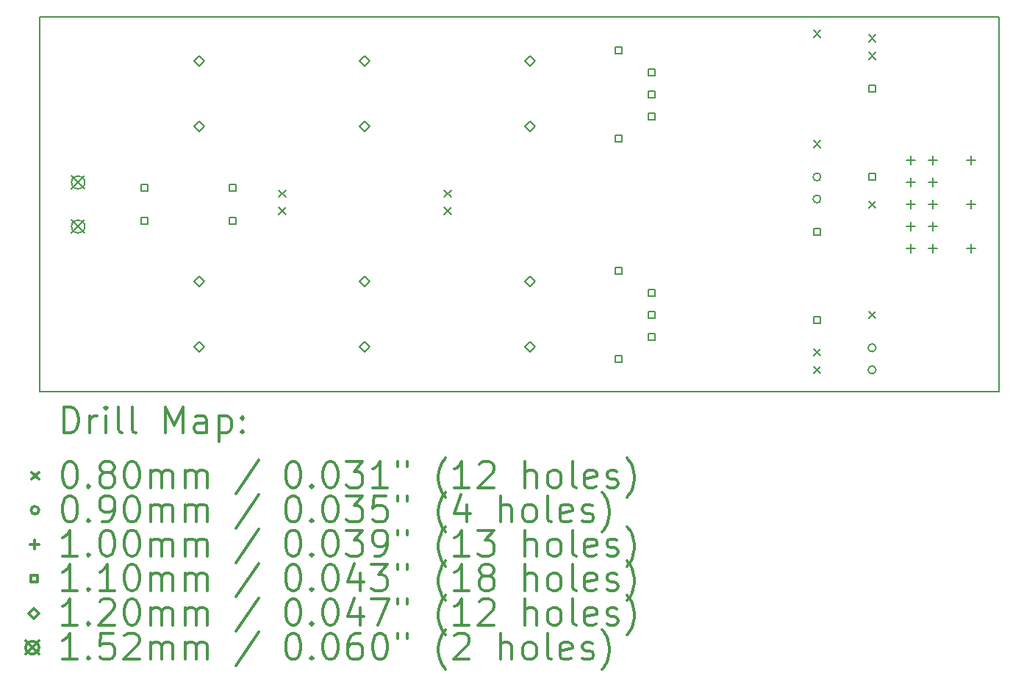
<source format=gbr>
%FSLAX45Y45*%
G04 Gerber Fmt 4.5, Leading zero omitted, Abs format (unit mm)*
G04 Created by KiCad (PCBNEW (5.1.9)-1) date 2021-10-01 14:54:35*
%MOMM*%
%LPD*%
G01*
G04 APERTURE LIST*
%TA.AperFunction,Profile*%
%ADD10C,0.150000*%
%TD*%
%ADD11C,0.200000*%
%ADD12C,0.300000*%
G04 APERTURE END LIST*
D10*
X16129000Y-9398000D02*
X5080000Y-9398000D01*
X16129000Y-5080000D02*
X16129000Y-9398000D01*
X5080000Y-5080000D02*
X16129000Y-5080000D01*
X5080000Y-9398000D02*
X5080000Y-5080000D01*
D11*
X7834000Y-7072000D02*
X7914000Y-7152000D01*
X7914000Y-7072000D02*
X7834000Y-7152000D01*
X7834000Y-7272000D02*
X7914000Y-7352000D01*
X7914000Y-7272000D02*
X7834000Y-7352000D01*
X9739000Y-7072000D02*
X9819000Y-7152000D01*
X9819000Y-7072000D02*
X9739000Y-7152000D01*
X9739000Y-7272000D02*
X9819000Y-7352000D01*
X9819000Y-7272000D02*
X9739000Y-7352000D01*
X13993500Y-5230500D02*
X14073500Y-5310500D01*
X14073500Y-5230500D02*
X13993500Y-5310500D01*
X13993500Y-6500500D02*
X14073500Y-6580500D01*
X14073500Y-6500500D02*
X13993500Y-6580500D01*
X13993500Y-8904000D02*
X14073500Y-8984000D01*
X14073500Y-8904000D02*
X13993500Y-8984000D01*
X13993500Y-9104000D02*
X14073500Y-9184000D01*
X14073500Y-9104000D02*
X13993500Y-9184000D01*
X14628500Y-5284500D02*
X14708500Y-5364500D01*
X14708500Y-5284500D02*
X14628500Y-5364500D01*
X14628500Y-5484500D02*
X14708500Y-5564500D01*
X14708500Y-5484500D02*
X14628500Y-5564500D01*
X14628500Y-7199000D02*
X14708500Y-7279000D01*
X14708500Y-7199000D02*
X14628500Y-7279000D01*
X14628500Y-8469000D02*
X14708500Y-8549000D01*
X14708500Y-8469000D02*
X14628500Y-8549000D01*
X14078500Y-6921500D02*
G75*
G03*
X14078500Y-6921500I-45000J0D01*
G01*
X14078500Y-7175500D02*
G75*
G03*
X14078500Y-7175500I-45000J0D01*
G01*
X14713500Y-8890000D02*
G75*
G03*
X14713500Y-8890000I-45000J0D01*
G01*
X14713500Y-9144000D02*
G75*
G03*
X14713500Y-9144000I-45000J0D01*
G01*
X15113000Y-6681000D02*
X15113000Y-6781000D01*
X15063000Y-6731000D02*
X15163000Y-6731000D01*
X15113000Y-6935000D02*
X15113000Y-7035000D01*
X15063000Y-6985000D02*
X15163000Y-6985000D01*
X15113000Y-7189000D02*
X15113000Y-7289000D01*
X15063000Y-7239000D02*
X15163000Y-7239000D01*
X15113000Y-7443000D02*
X15113000Y-7543000D01*
X15063000Y-7493000D02*
X15163000Y-7493000D01*
X15113000Y-7697000D02*
X15113000Y-7797000D01*
X15063000Y-7747000D02*
X15163000Y-7747000D01*
X15367000Y-6681000D02*
X15367000Y-6781000D01*
X15317000Y-6731000D02*
X15417000Y-6731000D01*
X15367000Y-6935000D02*
X15367000Y-7035000D01*
X15317000Y-6985000D02*
X15417000Y-6985000D01*
X15367000Y-7189000D02*
X15367000Y-7289000D01*
X15317000Y-7239000D02*
X15417000Y-7239000D01*
X15367000Y-7443000D02*
X15367000Y-7543000D01*
X15317000Y-7493000D02*
X15417000Y-7493000D01*
X15367000Y-7697000D02*
X15367000Y-7797000D01*
X15317000Y-7747000D02*
X15417000Y-7747000D01*
X15811500Y-6681000D02*
X15811500Y-6781000D01*
X15761500Y-6731000D02*
X15861500Y-6731000D01*
X15811500Y-7189000D02*
X15811500Y-7289000D01*
X15761500Y-7239000D02*
X15861500Y-7239000D01*
X15811500Y-7697000D02*
X15811500Y-7797000D01*
X15761500Y-7747000D02*
X15861500Y-7747000D01*
X6325391Y-7087391D02*
X6325391Y-7009609D01*
X6247609Y-7009609D01*
X6247609Y-7087391D01*
X6325391Y-7087391D01*
X6325391Y-7468391D02*
X6325391Y-7390609D01*
X6247609Y-7390609D01*
X6247609Y-7468391D01*
X6325391Y-7468391D01*
X7341391Y-7087391D02*
X7341391Y-7009609D01*
X7263609Y-7009609D01*
X7263609Y-7087391D01*
X7341391Y-7087391D01*
X7341391Y-7468391D02*
X7341391Y-7390609D01*
X7263609Y-7390609D01*
X7263609Y-7468391D01*
X7341391Y-7468391D01*
X11786391Y-5499891D02*
X11786391Y-5422109D01*
X11708609Y-5422109D01*
X11708609Y-5499891D01*
X11786391Y-5499891D01*
X11786391Y-6515891D02*
X11786391Y-6438109D01*
X11708609Y-6438109D01*
X11708609Y-6515891D01*
X11786391Y-6515891D01*
X11786391Y-8039891D02*
X11786391Y-7962109D01*
X11708609Y-7962109D01*
X11708609Y-8039891D01*
X11786391Y-8039891D01*
X11786391Y-9055891D02*
X11786391Y-8978109D01*
X11708609Y-8978109D01*
X11708609Y-9055891D01*
X11786391Y-9055891D01*
X12167391Y-5753891D02*
X12167391Y-5676109D01*
X12089609Y-5676109D01*
X12089609Y-5753891D01*
X12167391Y-5753891D01*
X12167391Y-6007891D02*
X12167391Y-5930109D01*
X12089609Y-5930109D01*
X12089609Y-6007891D01*
X12167391Y-6007891D01*
X12167391Y-6261891D02*
X12167391Y-6184109D01*
X12089609Y-6184109D01*
X12089609Y-6261891D01*
X12167391Y-6261891D01*
X12167391Y-8293891D02*
X12167391Y-8216109D01*
X12089609Y-8216109D01*
X12089609Y-8293891D01*
X12167391Y-8293891D01*
X12167391Y-8547891D02*
X12167391Y-8470109D01*
X12089609Y-8470109D01*
X12089609Y-8547891D01*
X12167391Y-8547891D01*
X12167391Y-8801891D02*
X12167391Y-8724109D01*
X12089609Y-8724109D01*
X12089609Y-8801891D01*
X12167391Y-8801891D01*
X14072391Y-7595391D02*
X14072391Y-7517609D01*
X13994609Y-7517609D01*
X13994609Y-7595391D01*
X14072391Y-7595391D01*
X14072391Y-8611391D02*
X14072391Y-8533609D01*
X13994609Y-8533609D01*
X13994609Y-8611391D01*
X14072391Y-8611391D01*
X14707391Y-5944391D02*
X14707391Y-5866609D01*
X14629609Y-5866609D01*
X14629609Y-5944391D01*
X14707391Y-5944391D01*
X14707391Y-6960391D02*
X14707391Y-6882609D01*
X14629609Y-6882609D01*
X14629609Y-6960391D01*
X14707391Y-6960391D01*
X6921500Y-5648000D02*
X6981500Y-5588000D01*
X6921500Y-5528000D01*
X6861500Y-5588000D01*
X6921500Y-5648000D01*
X6921500Y-6398000D02*
X6981500Y-6338000D01*
X6921500Y-6278000D01*
X6861500Y-6338000D01*
X6921500Y-6398000D01*
X6921500Y-8188000D02*
X6981500Y-8128000D01*
X6921500Y-8068000D01*
X6861500Y-8128000D01*
X6921500Y-8188000D01*
X6921500Y-8938000D02*
X6981500Y-8878000D01*
X6921500Y-8818000D01*
X6861500Y-8878000D01*
X6921500Y-8938000D01*
X8826500Y-5648000D02*
X8886500Y-5588000D01*
X8826500Y-5528000D01*
X8766500Y-5588000D01*
X8826500Y-5648000D01*
X8826500Y-6398000D02*
X8886500Y-6338000D01*
X8826500Y-6278000D01*
X8766500Y-6338000D01*
X8826500Y-6398000D01*
X8826500Y-8188000D02*
X8886500Y-8128000D01*
X8826500Y-8068000D01*
X8766500Y-8128000D01*
X8826500Y-8188000D01*
X8826500Y-8938000D02*
X8886500Y-8878000D01*
X8826500Y-8818000D01*
X8766500Y-8878000D01*
X8826500Y-8938000D01*
X10731500Y-5648000D02*
X10791500Y-5588000D01*
X10731500Y-5528000D01*
X10671500Y-5588000D01*
X10731500Y-5648000D01*
X10731500Y-6398000D02*
X10791500Y-6338000D01*
X10731500Y-6278000D01*
X10671500Y-6338000D01*
X10731500Y-6398000D01*
X10731500Y-8188000D02*
X10791500Y-8128000D01*
X10731500Y-8068000D01*
X10671500Y-8128000D01*
X10731500Y-8188000D01*
X10731500Y-8938000D02*
X10791500Y-8878000D01*
X10731500Y-8818000D01*
X10671500Y-8878000D01*
X10731500Y-8938000D01*
X5448500Y-6909000D02*
X5600500Y-7061000D01*
X5600500Y-6909000D02*
X5448500Y-7061000D01*
X5600500Y-6985000D02*
G75*
G03*
X5600500Y-6985000I-76000J0D01*
G01*
X5448500Y-7417000D02*
X5600500Y-7569000D01*
X5600500Y-7417000D02*
X5448500Y-7569000D01*
X5600500Y-7493000D02*
G75*
G03*
X5600500Y-7493000I-76000J0D01*
G01*
D12*
X5358928Y-9871214D02*
X5358928Y-9571214D01*
X5430357Y-9571214D01*
X5473214Y-9585500D01*
X5501786Y-9614072D01*
X5516071Y-9642643D01*
X5530357Y-9699786D01*
X5530357Y-9742643D01*
X5516071Y-9799786D01*
X5501786Y-9828357D01*
X5473214Y-9856929D01*
X5430357Y-9871214D01*
X5358928Y-9871214D01*
X5658928Y-9871214D02*
X5658928Y-9671214D01*
X5658928Y-9728357D02*
X5673214Y-9699786D01*
X5687500Y-9685500D01*
X5716071Y-9671214D01*
X5744643Y-9671214D01*
X5844643Y-9871214D02*
X5844643Y-9671214D01*
X5844643Y-9571214D02*
X5830357Y-9585500D01*
X5844643Y-9599786D01*
X5858928Y-9585500D01*
X5844643Y-9571214D01*
X5844643Y-9599786D01*
X6030357Y-9871214D02*
X6001786Y-9856929D01*
X5987500Y-9828357D01*
X5987500Y-9571214D01*
X6187500Y-9871214D02*
X6158928Y-9856929D01*
X6144643Y-9828357D01*
X6144643Y-9571214D01*
X6530357Y-9871214D02*
X6530357Y-9571214D01*
X6630357Y-9785500D01*
X6730357Y-9571214D01*
X6730357Y-9871214D01*
X7001786Y-9871214D02*
X7001786Y-9714072D01*
X6987500Y-9685500D01*
X6958928Y-9671214D01*
X6901786Y-9671214D01*
X6873214Y-9685500D01*
X7001786Y-9856929D02*
X6973214Y-9871214D01*
X6901786Y-9871214D01*
X6873214Y-9856929D01*
X6858928Y-9828357D01*
X6858928Y-9799786D01*
X6873214Y-9771214D01*
X6901786Y-9756929D01*
X6973214Y-9756929D01*
X7001786Y-9742643D01*
X7144643Y-9671214D02*
X7144643Y-9971214D01*
X7144643Y-9685500D02*
X7173214Y-9671214D01*
X7230357Y-9671214D01*
X7258928Y-9685500D01*
X7273214Y-9699786D01*
X7287500Y-9728357D01*
X7287500Y-9814072D01*
X7273214Y-9842643D01*
X7258928Y-9856929D01*
X7230357Y-9871214D01*
X7173214Y-9871214D01*
X7144643Y-9856929D01*
X7416071Y-9842643D02*
X7430357Y-9856929D01*
X7416071Y-9871214D01*
X7401786Y-9856929D01*
X7416071Y-9842643D01*
X7416071Y-9871214D01*
X7416071Y-9685500D02*
X7430357Y-9699786D01*
X7416071Y-9714072D01*
X7401786Y-9699786D01*
X7416071Y-9685500D01*
X7416071Y-9714072D01*
X4992500Y-10325500D02*
X5072500Y-10405500D01*
X5072500Y-10325500D02*
X4992500Y-10405500D01*
X5416071Y-10201214D02*
X5444643Y-10201214D01*
X5473214Y-10215500D01*
X5487500Y-10229786D01*
X5501786Y-10258357D01*
X5516071Y-10315500D01*
X5516071Y-10386929D01*
X5501786Y-10444072D01*
X5487500Y-10472643D01*
X5473214Y-10486929D01*
X5444643Y-10501214D01*
X5416071Y-10501214D01*
X5387500Y-10486929D01*
X5373214Y-10472643D01*
X5358928Y-10444072D01*
X5344643Y-10386929D01*
X5344643Y-10315500D01*
X5358928Y-10258357D01*
X5373214Y-10229786D01*
X5387500Y-10215500D01*
X5416071Y-10201214D01*
X5644643Y-10472643D02*
X5658928Y-10486929D01*
X5644643Y-10501214D01*
X5630357Y-10486929D01*
X5644643Y-10472643D01*
X5644643Y-10501214D01*
X5830357Y-10329786D02*
X5801786Y-10315500D01*
X5787500Y-10301214D01*
X5773214Y-10272643D01*
X5773214Y-10258357D01*
X5787500Y-10229786D01*
X5801786Y-10215500D01*
X5830357Y-10201214D01*
X5887500Y-10201214D01*
X5916071Y-10215500D01*
X5930357Y-10229786D01*
X5944643Y-10258357D01*
X5944643Y-10272643D01*
X5930357Y-10301214D01*
X5916071Y-10315500D01*
X5887500Y-10329786D01*
X5830357Y-10329786D01*
X5801786Y-10344072D01*
X5787500Y-10358357D01*
X5773214Y-10386929D01*
X5773214Y-10444072D01*
X5787500Y-10472643D01*
X5801786Y-10486929D01*
X5830357Y-10501214D01*
X5887500Y-10501214D01*
X5916071Y-10486929D01*
X5930357Y-10472643D01*
X5944643Y-10444072D01*
X5944643Y-10386929D01*
X5930357Y-10358357D01*
X5916071Y-10344072D01*
X5887500Y-10329786D01*
X6130357Y-10201214D02*
X6158928Y-10201214D01*
X6187500Y-10215500D01*
X6201786Y-10229786D01*
X6216071Y-10258357D01*
X6230357Y-10315500D01*
X6230357Y-10386929D01*
X6216071Y-10444072D01*
X6201786Y-10472643D01*
X6187500Y-10486929D01*
X6158928Y-10501214D01*
X6130357Y-10501214D01*
X6101786Y-10486929D01*
X6087500Y-10472643D01*
X6073214Y-10444072D01*
X6058928Y-10386929D01*
X6058928Y-10315500D01*
X6073214Y-10258357D01*
X6087500Y-10229786D01*
X6101786Y-10215500D01*
X6130357Y-10201214D01*
X6358928Y-10501214D02*
X6358928Y-10301214D01*
X6358928Y-10329786D02*
X6373214Y-10315500D01*
X6401786Y-10301214D01*
X6444643Y-10301214D01*
X6473214Y-10315500D01*
X6487500Y-10344072D01*
X6487500Y-10501214D01*
X6487500Y-10344072D02*
X6501786Y-10315500D01*
X6530357Y-10301214D01*
X6573214Y-10301214D01*
X6601786Y-10315500D01*
X6616071Y-10344072D01*
X6616071Y-10501214D01*
X6758928Y-10501214D02*
X6758928Y-10301214D01*
X6758928Y-10329786D02*
X6773214Y-10315500D01*
X6801786Y-10301214D01*
X6844643Y-10301214D01*
X6873214Y-10315500D01*
X6887500Y-10344072D01*
X6887500Y-10501214D01*
X6887500Y-10344072D02*
X6901786Y-10315500D01*
X6930357Y-10301214D01*
X6973214Y-10301214D01*
X7001786Y-10315500D01*
X7016071Y-10344072D01*
X7016071Y-10501214D01*
X7601786Y-10186929D02*
X7344643Y-10572643D01*
X7987500Y-10201214D02*
X8016071Y-10201214D01*
X8044643Y-10215500D01*
X8058928Y-10229786D01*
X8073214Y-10258357D01*
X8087500Y-10315500D01*
X8087500Y-10386929D01*
X8073214Y-10444072D01*
X8058928Y-10472643D01*
X8044643Y-10486929D01*
X8016071Y-10501214D01*
X7987500Y-10501214D01*
X7958928Y-10486929D01*
X7944643Y-10472643D01*
X7930357Y-10444072D01*
X7916071Y-10386929D01*
X7916071Y-10315500D01*
X7930357Y-10258357D01*
X7944643Y-10229786D01*
X7958928Y-10215500D01*
X7987500Y-10201214D01*
X8216071Y-10472643D02*
X8230357Y-10486929D01*
X8216071Y-10501214D01*
X8201786Y-10486929D01*
X8216071Y-10472643D01*
X8216071Y-10501214D01*
X8416071Y-10201214D02*
X8444643Y-10201214D01*
X8473214Y-10215500D01*
X8487500Y-10229786D01*
X8501786Y-10258357D01*
X8516071Y-10315500D01*
X8516071Y-10386929D01*
X8501786Y-10444072D01*
X8487500Y-10472643D01*
X8473214Y-10486929D01*
X8444643Y-10501214D01*
X8416071Y-10501214D01*
X8387500Y-10486929D01*
X8373214Y-10472643D01*
X8358928Y-10444072D01*
X8344643Y-10386929D01*
X8344643Y-10315500D01*
X8358928Y-10258357D01*
X8373214Y-10229786D01*
X8387500Y-10215500D01*
X8416071Y-10201214D01*
X8616071Y-10201214D02*
X8801786Y-10201214D01*
X8701786Y-10315500D01*
X8744643Y-10315500D01*
X8773214Y-10329786D01*
X8787500Y-10344072D01*
X8801786Y-10372643D01*
X8801786Y-10444072D01*
X8787500Y-10472643D01*
X8773214Y-10486929D01*
X8744643Y-10501214D01*
X8658928Y-10501214D01*
X8630357Y-10486929D01*
X8616071Y-10472643D01*
X9087500Y-10501214D02*
X8916071Y-10501214D01*
X9001786Y-10501214D02*
X9001786Y-10201214D01*
X8973214Y-10244072D01*
X8944643Y-10272643D01*
X8916071Y-10286929D01*
X9201786Y-10201214D02*
X9201786Y-10258357D01*
X9316071Y-10201214D02*
X9316071Y-10258357D01*
X9758928Y-10615500D02*
X9744643Y-10601214D01*
X9716071Y-10558357D01*
X9701786Y-10529786D01*
X9687500Y-10486929D01*
X9673214Y-10415500D01*
X9673214Y-10358357D01*
X9687500Y-10286929D01*
X9701786Y-10244072D01*
X9716071Y-10215500D01*
X9744643Y-10172643D01*
X9758928Y-10158357D01*
X10030357Y-10501214D02*
X9858928Y-10501214D01*
X9944643Y-10501214D02*
X9944643Y-10201214D01*
X9916071Y-10244072D01*
X9887500Y-10272643D01*
X9858928Y-10286929D01*
X10144643Y-10229786D02*
X10158928Y-10215500D01*
X10187500Y-10201214D01*
X10258928Y-10201214D01*
X10287500Y-10215500D01*
X10301786Y-10229786D01*
X10316071Y-10258357D01*
X10316071Y-10286929D01*
X10301786Y-10329786D01*
X10130357Y-10501214D01*
X10316071Y-10501214D01*
X10673214Y-10501214D02*
X10673214Y-10201214D01*
X10801786Y-10501214D02*
X10801786Y-10344072D01*
X10787500Y-10315500D01*
X10758928Y-10301214D01*
X10716071Y-10301214D01*
X10687500Y-10315500D01*
X10673214Y-10329786D01*
X10987500Y-10501214D02*
X10958928Y-10486929D01*
X10944643Y-10472643D01*
X10930357Y-10444072D01*
X10930357Y-10358357D01*
X10944643Y-10329786D01*
X10958928Y-10315500D01*
X10987500Y-10301214D01*
X11030357Y-10301214D01*
X11058928Y-10315500D01*
X11073214Y-10329786D01*
X11087500Y-10358357D01*
X11087500Y-10444072D01*
X11073214Y-10472643D01*
X11058928Y-10486929D01*
X11030357Y-10501214D01*
X10987500Y-10501214D01*
X11258928Y-10501214D02*
X11230357Y-10486929D01*
X11216071Y-10458357D01*
X11216071Y-10201214D01*
X11487500Y-10486929D02*
X11458928Y-10501214D01*
X11401786Y-10501214D01*
X11373214Y-10486929D01*
X11358928Y-10458357D01*
X11358928Y-10344072D01*
X11373214Y-10315500D01*
X11401786Y-10301214D01*
X11458928Y-10301214D01*
X11487500Y-10315500D01*
X11501786Y-10344072D01*
X11501786Y-10372643D01*
X11358928Y-10401214D01*
X11616071Y-10486929D02*
X11644643Y-10501214D01*
X11701786Y-10501214D01*
X11730357Y-10486929D01*
X11744643Y-10458357D01*
X11744643Y-10444072D01*
X11730357Y-10415500D01*
X11701786Y-10401214D01*
X11658928Y-10401214D01*
X11630357Y-10386929D01*
X11616071Y-10358357D01*
X11616071Y-10344072D01*
X11630357Y-10315500D01*
X11658928Y-10301214D01*
X11701786Y-10301214D01*
X11730357Y-10315500D01*
X11844643Y-10615500D02*
X11858928Y-10601214D01*
X11887500Y-10558357D01*
X11901786Y-10529786D01*
X11916071Y-10486929D01*
X11930357Y-10415500D01*
X11930357Y-10358357D01*
X11916071Y-10286929D01*
X11901786Y-10244072D01*
X11887500Y-10215500D01*
X11858928Y-10172643D01*
X11844643Y-10158357D01*
X5072500Y-10761500D02*
G75*
G03*
X5072500Y-10761500I-45000J0D01*
G01*
X5416071Y-10597214D02*
X5444643Y-10597214D01*
X5473214Y-10611500D01*
X5487500Y-10625786D01*
X5501786Y-10654357D01*
X5516071Y-10711500D01*
X5516071Y-10782929D01*
X5501786Y-10840072D01*
X5487500Y-10868643D01*
X5473214Y-10882929D01*
X5444643Y-10897214D01*
X5416071Y-10897214D01*
X5387500Y-10882929D01*
X5373214Y-10868643D01*
X5358928Y-10840072D01*
X5344643Y-10782929D01*
X5344643Y-10711500D01*
X5358928Y-10654357D01*
X5373214Y-10625786D01*
X5387500Y-10611500D01*
X5416071Y-10597214D01*
X5644643Y-10868643D02*
X5658928Y-10882929D01*
X5644643Y-10897214D01*
X5630357Y-10882929D01*
X5644643Y-10868643D01*
X5644643Y-10897214D01*
X5801786Y-10897214D02*
X5858928Y-10897214D01*
X5887500Y-10882929D01*
X5901786Y-10868643D01*
X5930357Y-10825786D01*
X5944643Y-10768643D01*
X5944643Y-10654357D01*
X5930357Y-10625786D01*
X5916071Y-10611500D01*
X5887500Y-10597214D01*
X5830357Y-10597214D01*
X5801786Y-10611500D01*
X5787500Y-10625786D01*
X5773214Y-10654357D01*
X5773214Y-10725786D01*
X5787500Y-10754357D01*
X5801786Y-10768643D01*
X5830357Y-10782929D01*
X5887500Y-10782929D01*
X5916071Y-10768643D01*
X5930357Y-10754357D01*
X5944643Y-10725786D01*
X6130357Y-10597214D02*
X6158928Y-10597214D01*
X6187500Y-10611500D01*
X6201786Y-10625786D01*
X6216071Y-10654357D01*
X6230357Y-10711500D01*
X6230357Y-10782929D01*
X6216071Y-10840072D01*
X6201786Y-10868643D01*
X6187500Y-10882929D01*
X6158928Y-10897214D01*
X6130357Y-10897214D01*
X6101786Y-10882929D01*
X6087500Y-10868643D01*
X6073214Y-10840072D01*
X6058928Y-10782929D01*
X6058928Y-10711500D01*
X6073214Y-10654357D01*
X6087500Y-10625786D01*
X6101786Y-10611500D01*
X6130357Y-10597214D01*
X6358928Y-10897214D02*
X6358928Y-10697214D01*
X6358928Y-10725786D02*
X6373214Y-10711500D01*
X6401786Y-10697214D01*
X6444643Y-10697214D01*
X6473214Y-10711500D01*
X6487500Y-10740072D01*
X6487500Y-10897214D01*
X6487500Y-10740072D02*
X6501786Y-10711500D01*
X6530357Y-10697214D01*
X6573214Y-10697214D01*
X6601786Y-10711500D01*
X6616071Y-10740072D01*
X6616071Y-10897214D01*
X6758928Y-10897214D02*
X6758928Y-10697214D01*
X6758928Y-10725786D02*
X6773214Y-10711500D01*
X6801786Y-10697214D01*
X6844643Y-10697214D01*
X6873214Y-10711500D01*
X6887500Y-10740072D01*
X6887500Y-10897214D01*
X6887500Y-10740072D02*
X6901786Y-10711500D01*
X6930357Y-10697214D01*
X6973214Y-10697214D01*
X7001786Y-10711500D01*
X7016071Y-10740072D01*
X7016071Y-10897214D01*
X7601786Y-10582929D02*
X7344643Y-10968643D01*
X7987500Y-10597214D02*
X8016071Y-10597214D01*
X8044643Y-10611500D01*
X8058928Y-10625786D01*
X8073214Y-10654357D01*
X8087500Y-10711500D01*
X8087500Y-10782929D01*
X8073214Y-10840072D01*
X8058928Y-10868643D01*
X8044643Y-10882929D01*
X8016071Y-10897214D01*
X7987500Y-10897214D01*
X7958928Y-10882929D01*
X7944643Y-10868643D01*
X7930357Y-10840072D01*
X7916071Y-10782929D01*
X7916071Y-10711500D01*
X7930357Y-10654357D01*
X7944643Y-10625786D01*
X7958928Y-10611500D01*
X7987500Y-10597214D01*
X8216071Y-10868643D02*
X8230357Y-10882929D01*
X8216071Y-10897214D01*
X8201786Y-10882929D01*
X8216071Y-10868643D01*
X8216071Y-10897214D01*
X8416071Y-10597214D02*
X8444643Y-10597214D01*
X8473214Y-10611500D01*
X8487500Y-10625786D01*
X8501786Y-10654357D01*
X8516071Y-10711500D01*
X8516071Y-10782929D01*
X8501786Y-10840072D01*
X8487500Y-10868643D01*
X8473214Y-10882929D01*
X8444643Y-10897214D01*
X8416071Y-10897214D01*
X8387500Y-10882929D01*
X8373214Y-10868643D01*
X8358928Y-10840072D01*
X8344643Y-10782929D01*
X8344643Y-10711500D01*
X8358928Y-10654357D01*
X8373214Y-10625786D01*
X8387500Y-10611500D01*
X8416071Y-10597214D01*
X8616071Y-10597214D02*
X8801786Y-10597214D01*
X8701786Y-10711500D01*
X8744643Y-10711500D01*
X8773214Y-10725786D01*
X8787500Y-10740072D01*
X8801786Y-10768643D01*
X8801786Y-10840072D01*
X8787500Y-10868643D01*
X8773214Y-10882929D01*
X8744643Y-10897214D01*
X8658928Y-10897214D01*
X8630357Y-10882929D01*
X8616071Y-10868643D01*
X9073214Y-10597214D02*
X8930357Y-10597214D01*
X8916071Y-10740072D01*
X8930357Y-10725786D01*
X8958928Y-10711500D01*
X9030357Y-10711500D01*
X9058928Y-10725786D01*
X9073214Y-10740072D01*
X9087500Y-10768643D01*
X9087500Y-10840072D01*
X9073214Y-10868643D01*
X9058928Y-10882929D01*
X9030357Y-10897214D01*
X8958928Y-10897214D01*
X8930357Y-10882929D01*
X8916071Y-10868643D01*
X9201786Y-10597214D02*
X9201786Y-10654357D01*
X9316071Y-10597214D02*
X9316071Y-10654357D01*
X9758928Y-11011500D02*
X9744643Y-10997214D01*
X9716071Y-10954357D01*
X9701786Y-10925786D01*
X9687500Y-10882929D01*
X9673214Y-10811500D01*
X9673214Y-10754357D01*
X9687500Y-10682929D01*
X9701786Y-10640072D01*
X9716071Y-10611500D01*
X9744643Y-10568643D01*
X9758928Y-10554357D01*
X10001786Y-10697214D02*
X10001786Y-10897214D01*
X9930357Y-10582929D02*
X9858928Y-10797214D01*
X10044643Y-10797214D01*
X10387500Y-10897214D02*
X10387500Y-10597214D01*
X10516071Y-10897214D02*
X10516071Y-10740072D01*
X10501786Y-10711500D01*
X10473214Y-10697214D01*
X10430357Y-10697214D01*
X10401786Y-10711500D01*
X10387500Y-10725786D01*
X10701786Y-10897214D02*
X10673214Y-10882929D01*
X10658928Y-10868643D01*
X10644643Y-10840072D01*
X10644643Y-10754357D01*
X10658928Y-10725786D01*
X10673214Y-10711500D01*
X10701786Y-10697214D01*
X10744643Y-10697214D01*
X10773214Y-10711500D01*
X10787500Y-10725786D01*
X10801786Y-10754357D01*
X10801786Y-10840072D01*
X10787500Y-10868643D01*
X10773214Y-10882929D01*
X10744643Y-10897214D01*
X10701786Y-10897214D01*
X10973214Y-10897214D02*
X10944643Y-10882929D01*
X10930357Y-10854357D01*
X10930357Y-10597214D01*
X11201786Y-10882929D02*
X11173214Y-10897214D01*
X11116071Y-10897214D01*
X11087500Y-10882929D01*
X11073214Y-10854357D01*
X11073214Y-10740072D01*
X11087500Y-10711500D01*
X11116071Y-10697214D01*
X11173214Y-10697214D01*
X11201786Y-10711500D01*
X11216071Y-10740072D01*
X11216071Y-10768643D01*
X11073214Y-10797214D01*
X11330357Y-10882929D02*
X11358928Y-10897214D01*
X11416071Y-10897214D01*
X11444643Y-10882929D01*
X11458928Y-10854357D01*
X11458928Y-10840072D01*
X11444643Y-10811500D01*
X11416071Y-10797214D01*
X11373214Y-10797214D01*
X11344643Y-10782929D01*
X11330357Y-10754357D01*
X11330357Y-10740072D01*
X11344643Y-10711500D01*
X11373214Y-10697214D01*
X11416071Y-10697214D01*
X11444643Y-10711500D01*
X11558928Y-11011500D02*
X11573214Y-10997214D01*
X11601786Y-10954357D01*
X11616071Y-10925786D01*
X11630357Y-10882929D01*
X11644643Y-10811500D01*
X11644643Y-10754357D01*
X11630357Y-10682929D01*
X11616071Y-10640072D01*
X11601786Y-10611500D01*
X11573214Y-10568643D01*
X11558928Y-10554357D01*
X5022500Y-11107500D02*
X5022500Y-11207500D01*
X4972500Y-11157500D02*
X5072500Y-11157500D01*
X5516071Y-11293214D02*
X5344643Y-11293214D01*
X5430357Y-11293214D02*
X5430357Y-10993214D01*
X5401786Y-11036072D01*
X5373214Y-11064643D01*
X5344643Y-11078929D01*
X5644643Y-11264643D02*
X5658928Y-11278929D01*
X5644643Y-11293214D01*
X5630357Y-11278929D01*
X5644643Y-11264643D01*
X5644643Y-11293214D01*
X5844643Y-10993214D02*
X5873214Y-10993214D01*
X5901786Y-11007500D01*
X5916071Y-11021786D01*
X5930357Y-11050357D01*
X5944643Y-11107500D01*
X5944643Y-11178929D01*
X5930357Y-11236071D01*
X5916071Y-11264643D01*
X5901786Y-11278929D01*
X5873214Y-11293214D01*
X5844643Y-11293214D01*
X5816071Y-11278929D01*
X5801786Y-11264643D01*
X5787500Y-11236071D01*
X5773214Y-11178929D01*
X5773214Y-11107500D01*
X5787500Y-11050357D01*
X5801786Y-11021786D01*
X5816071Y-11007500D01*
X5844643Y-10993214D01*
X6130357Y-10993214D02*
X6158928Y-10993214D01*
X6187500Y-11007500D01*
X6201786Y-11021786D01*
X6216071Y-11050357D01*
X6230357Y-11107500D01*
X6230357Y-11178929D01*
X6216071Y-11236071D01*
X6201786Y-11264643D01*
X6187500Y-11278929D01*
X6158928Y-11293214D01*
X6130357Y-11293214D01*
X6101786Y-11278929D01*
X6087500Y-11264643D01*
X6073214Y-11236071D01*
X6058928Y-11178929D01*
X6058928Y-11107500D01*
X6073214Y-11050357D01*
X6087500Y-11021786D01*
X6101786Y-11007500D01*
X6130357Y-10993214D01*
X6358928Y-11293214D02*
X6358928Y-11093214D01*
X6358928Y-11121786D02*
X6373214Y-11107500D01*
X6401786Y-11093214D01*
X6444643Y-11093214D01*
X6473214Y-11107500D01*
X6487500Y-11136072D01*
X6487500Y-11293214D01*
X6487500Y-11136072D02*
X6501786Y-11107500D01*
X6530357Y-11093214D01*
X6573214Y-11093214D01*
X6601786Y-11107500D01*
X6616071Y-11136072D01*
X6616071Y-11293214D01*
X6758928Y-11293214D02*
X6758928Y-11093214D01*
X6758928Y-11121786D02*
X6773214Y-11107500D01*
X6801786Y-11093214D01*
X6844643Y-11093214D01*
X6873214Y-11107500D01*
X6887500Y-11136072D01*
X6887500Y-11293214D01*
X6887500Y-11136072D02*
X6901786Y-11107500D01*
X6930357Y-11093214D01*
X6973214Y-11093214D01*
X7001786Y-11107500D01*
X7016071Y-11136072D01*
X7016071Y-11293214D01*
X7601786Y-10978929D02*
X7344643Y-11364643D01*
X7987500Y-10993214D02*
X8016071Y-10993214D01*
X8044643Y-11007500D01*
X8058928Y-11021786D01*
X8073214Y-11050357D01*
X8087500Y-11107500D01*
X8087500Y-11178929D01*
X8073214Y-11236071D01*
X8058928Y-11264643D01*
X8044643Y-11278929D01*
X8016071Y-11293214D01*
X7987500Y-11293214D01*
X7958928Y-11278929D01*
X7944643Y-11264643D01*
X7930357Y-11236071D01*
X7916071Y-11178929D01*
X7916071Y-11107500D01*
X7930357Y-11050357D01*
X7944643Y-11021786D01*
X7958928Y-11007500D01*
X7987500Y-10993214D01*
X8216071Y-11264643D02*
X8230357Y-11278929D01*
X8216071Y-11293214D01*
X8201786Y-11278929D01*
X8216071Y-11264643D01*
X8216071Y-11293214D01*
X8416071Y-10993214D02*
X8444643Y-10993214D01*
X8473214Y-11007500D01*
X8487500Y-11021786D01*
X8501786Y-11050357D01*
X8516071Y-11107500D01*
X8516071Y-11178929D01*
X8501786Y-11236071D01*
X8487500Y-11264643D01*
X8473214Y-11278929D01*
X8444643Y-11293214D01*
X8416071Y-11293214D01*
X8387500Y-11278929D01*
X8373214Y-11264643D01*
X8358928Y-11236071D01*
X8344643Y-11178929D01*
X8344643Y-11107500D01*
X8358928Y-11050357D01*
X8373214Y-11021786D01*
X8387500Y-11007500D01*
X8416071Y-10993214D01*
X8616071Y-10993214D02*
X8801786Y-10993214D01*
X8701786Y-11107500D01*
X8744643Y-11107500D01*
X8773214Y-11121786D01*
X8787500Y-11136072D01*
X8801786Y-11164643D01*
X8801786Y-11236071D01*
X8787500Y-11264643D01*
X8773214Y-11278929D01*
X8744643Y-11293214D01*
X8658928Y-11293214D01*
X8630357Y-11278929D01*
X8616071Y-11264643D01*
X8944643Y-11293214D02*
X9001786Y-11293214D01*
X9030357Y-11278929D01*
X9044643Y-11264643D01*
X9073214Y-11221786D01*
X9087500Y-11164643D01*
X9087500Y-11050357D01*
X9073214Y-11021786D01*
X9058928Y-11007500D01*
X9030357Y-10993214D01*
X8973214Y-10993214D01*
X8944643Y-11007500D01*
X8930357Y-11021786D01*
X8916071Y-11050357D01*
X8916071Y-11121786D01*
X8930357Y-11150357D01*
X8944643Y-11164643D01*
X8973214Y-11178929D01*
X9030357Y-11178929D01*
X9058928Y-11164643D01*
X9073214Y-11150357D01*
X9087500Y-11121786D01*
X9201786Y-10993214D02*
X9201786Y-11050357D01*
X9316071Y-10993214D02*
X9316071Y-11050357D01*
X9758928Y-11407500D02*
X9744643Y-11393214D01*
X9716071Y-11350357D01*
X9701786Y-11321786D01*
X9687500Y-11278929D01*
X9673214Y-11207500D01*
X9673214Y-11150357D01*
X9687500Y-11078929D01*
X9701786Y-11036072D01*
X9716071Y-11007500D01*
X9744643Y-10964643D01*
X9758928Y-10950357D01*
X10030357Y-11293214D02*
X9858928Y-11293214D01*
X9944643Y-11293214D02*
X9944643Y-10993214D01*
X9916071Y-11036072D01*
X9887500Y-11064643D01*
X9858928Y-11078929D01*
X10130357Y-10993214D02*
X10316071Y-10993214D01*
X10216071Y-11107500D01*
X10258928Y-11107500D01*
X10287500Y-11121786D01*
X10301786Y-11136072D01*
X10316071Y-11164643D01*
X10316071Y-11236071D01*
X10301786Y-11264643D01*
X10287500Y-11278929D01*
X10258928Y-11293214D01*
X10173214Y-11293214D01*
X10144643Y-11278929D01*
X10130357Y-11264643D01*
X10673214Y-11293214D02*
X10673214Y-10993214D01*
X10801786Y-11293214D02*
X10801786Y-11136072D01*
X10787500Y-11107500D01*
X10758928Y-11093214D01*
X10716071Y-11093214D01*
X10687500Y-11107500D01*
X10673214Y-11121786D01*
X10987500Y-11293214D02*
X10958928Y-11278929D01*
X10944643Y-11264643D01*
X10930357Y-11236071D01*
X10930357Y-11150357D01*
X10944643Y-11121786D01*
X10958928Y-11107500D01*
X10987500Y-11093214D01*
X11030357Y-11093214D01*
X11058928Y-11107500D01*
X11073214Y-11121786D01*
X11087500Y-11150357D01*
X11087500Y-11236071D01*
X11073214Y-11264643D01*
X11058928Y-11278929D01*
X11030357Y-11293214D01*
X10987500Y-11293214D01*
X11258928Y-11293214D02*
X11230357Y-11278929D01*
X11216071Y-11250357D01*
X11216071Y-10993214D01*
X11487500Y-11278929D02*
X11458928Y-11293214D01*
X11401786Y-11293214D01*
X11373214Y-11278929D01*
X11358928Y-11250357D01*
X11358928Y-11136072D01*
X11373214Y-11107500D01*
X11401786Y-11093214D01*
X11458928Y-11093214D01*
X11487500Y-11107500D01*
X11501786Y-11136072D01*
X11501786Y-11164643D01*
X11358928Y-11193214D01*
X11616071Y-11278929D02*
X11644643Y-11293214D01*
X11701786Y-11293214D01*
X11730357Y-11278929D01*
X11744643Y-11250357D01*
X11744643Y-11236071D01*
X11730357Y-11207500D01*
X11701786Y-11193214D01*
X11658928Y-11193214D01*
X11630357Y-11178929D01*
X11616071Y-11150357D01*
X11616071Y-11136072D01*
X11630357Y-11107500D01*
X11658928Y-11093214D01*
X11701786Y-11093214D01*
X11730357Y-11107500D01*
X11844643Y-11407500D02*
X11858928Y-11393214D01*
X11887500Y-11350357D01*
X11901786Y-11321786D01*
X11916071Y-11278929D01*
X11930357Y-11207500D01*
X11930357Y-11150357D01*
X11916071Y-11078929D01*
X11901786Y-11036072D01*
X11887500Y-11007500D01*
X11858928Y-10964643D01*
X11844643Y-10950357D01*
X5056391Y-11592391D02*
X5056391Y-11514609D01*
X4978609Y-11514609D01*
X4978609Y-11592391D01*
X5056391Y-11592391D01*
X5516071Y-11689214D02*
X5344643Y-11689214D01*
X5430357Y-11689214D02*
X5430357Y-11389214D01*
X5401786Y-11432071D01*
X5373214Y-11460643D01*
X5344643Y-11474929D01*
X5644643Y-11660643D02*
X5658928Y-11674929D01*
X5644643Y-11689214D01*
X5630357Y-11674929D01*
X5644643Y-11660643D01*
X5644643Y-11689214D01*
X5944643Y-11689214D02*
X5773214Y-11689214D01*
X5858928Y-11689214D02*
X5858928Y-11389214D01*
X5830357Y-11432071D01*
X5801786Y-11460643D01*
X5773214Y-11474929D01*
X6130357Y-11389214D02*
X6158928Y-11389214D01*
X6187500Y-11403500D01*
X6201786Y-11417786D01*
X6216071Y-11446357D01*
X6230357Y-11503500D01*
X6230357Y-11574929D01*
X6216071Y-11632071D01*
X6201786Y-11660643D01*
X6187500Y-11674929D01*
X6158928Y-11689214D01*
X6130357Y-11689214D01*
X6101786Y-11674929D01*
X6087500Y-11660643D01*
X6073214Y-11632071D01*
X6058928Y-11574929D01*
X6058928Y-11503500D01*
X6073214Y-11446357D01*
X6087500Y-11417786D01*
X6101786Y-11403500D01*
X6130357Y-11389214D01*
X6358928Y-11689214D02*
X6358928Y-11489214D01*
X6358928Y-11517786D02*
X6373214Y-11503500D01*
X6401786Y-11489214D01*
X6444643Y-11489214D01*
X6473214Y-11503500D01*
X6487500Y-11532071D01*
X6487500Y-11689214D01*
X6487500Y-11532071D02*
X6501786Y-11503500D01*
X6530357Y-11489214D01*
X6573214Y-11489214D01*
X6601786Y-11503500D01*
X6616071Y-11532071D01*
X6616071Y-11689214D01*
X6758928Y-11689214D02*
X6758928Y-11489214D01*
X6758928Y-11517786D02*
X6773214Y-11503500D01*
X6801786Y-11489214D01*
X6844643Y-11489214D01*
X6873214Y-11503500D01*
X6887500Y-11532071D01*
X6887500Y-11689214D01*
X6887500Y-11532071D02*
X6901786Y-11503500D01*
X6930357Y-11489214D01*
X6973214Y-11489214D01*
X7001786Y-11503500D01*
X7016071Y-11532071D01*
X7016071Y-11689214D01*
X7601786Y-11374929D02*
X7344643Y-11760643D01*
X7987500Y-11389214D02*
X8016071Y-11389214D01*
X8044643Y-11403500D01*
X8058928Y-11417786D01*
X8073214Y-11446357D01*
X8087500Y-11503500D01*
X8087500Y-11574929D01*
X8073214Y-11632071D01*
X8058928Y-11660643D01*
X8044643Y-11674929D01*
X8016071Y-11689214D01*
X7987500Y-11689214D01*
X7958928Y-11674929D01*
X7944643Y-11660643D01*
X7930357Y-11632071D01*
X7916071Y-11574929D01*
X7916071Y-11503500D01*
X7930357Y-11446357D01*
X7944643Y-11417786D01*
X7958928Y-11403500D01*
X7987500Y-11389214D01*
X8216071Y-11660643D02*
X8230357Y-11674929D01*
X8216071Y-11689214D01*
X8201786Y-11674929D01*
X8216071Y-11660643D01*
X8216071Y-11689214D01*
X8416071Y-11389214D02*
X8444643Y-11389214D01*
X8473214Y-11403500D01*
X8487500Y-11417786D01*
X8501786Y-11446357D01*
X8516071Y-11503500D01*
X8516071Y-11574929D01*
X8501786Y-11632071D01*
X8487500Y-11660643D01*
X8473214Y-11674929D01*
X8444643Y-11689214D01*
X8416071Y-11689214D01*
X8387500Y-11674929D01*
X8373214Y-11660643D01*
X8358928Y-11632071D01*
X8344643Y-11574929D01*
X8344643Y-11503500D01*
X8358928Y-11446357D01*
X8373214Y-11417786D01*
X8387500Y-11403500D01*
X8416071Y-11389214D01*
X8773214Y-11489214D02*
X8773214Y-11689214D01*
X8701786Y-11374929D02*
X8630357Y-11589214D01*
X8816071Y-11589214D01*
X8901786Y-11389214D02*
X9087500Y-11389214D01*
X8987500Y-11503500D01*
X9030357Y-11503500D01*
X9058928Y-11517786D01*
X9073214Y-11532071D01*
X9087500Y-11560643D01*
X9087500Y-11632071D01*
X9073214Y-11660643D01*
X9058928Y-11674929D01*
X9030357Y-11689214D01*
X8944643Y-11689214D01*
X8916071Y-11674929D01*
X8901786Y-11660643D01*
X9201786Y-11389214D02*
X9201786Y-11446357D01*
X9316071Y-11389214D02*
X9316071Y-11446357D01*
X9758928Y-11803500D02*
X9744643Y-11789214D01*
X9716071Y-11746357D01*
X9701786Y-11717786D01*
X9687500Y-11674929D01*
X9673214Y-11603500D01*
X9673214Y-11546357D01*
X9687500Y-11474929D01*
X9701786Y-11432071D01*
X9716071Y-11403500D01*
X9744643Y-11360643D01*
X9758928Y-11346357D01*
X10030357Y-11689214D02*
X9858928Y-11689214D01*
X9944643Y-11689214D02*
X9944643Y-11389214D01*
X9916071Y-11432071D01*
X9887500Y-11460643D01*
X9858928Y-11474929D01*
X10201786Y-11517786D02*
X10173214Y-11503500D01*
X10158928Y-11489214D01*
X10144643Y-11460643D01*
X10144643Y-11446357D01*
X10158928Y-11417786D01*
X10173214Y-11403500D01*
X10201786Y-11389214D01*
X10258928Y-11389214D01*
X10287500Y-11403500D01*
X10301786Y-11417786D01*
X10316071Y-11446357D01*
X10316071Y-11460643D01*
X10301786Y-11489214D01*
X10287500Y-11503500D01*
X10258928Y-11517786D01*
X10201786Y-11517786D01*
X10173214Y-11532071D01*
X10158928Y-11546357D01*
X10144643Y-11574929D01*
X10144643Y-11632071D01*
X10158928Y-11660643D01*
X10173214Y-11674929D01*
X10201786Y-11689214D01*
X10258928Y-11689214D01*
X10287500Y-11674929D01*
X10301786Y-11660643D01*
X10316071Y-11632071D01*
X10316071Y-11574929D01*
X10301786Y-11546357D01*
X10287500Y-11532071D01*
X10258928Y-11517786D01*
X10673214Y-11689214D02*
X10673214Y-11389214D01*
X10801786Y-11689214D02*
X10801786Y-11532071D01*
X10787500Y-11503500D01*
X10758928Y-11489214D01*
X10716071Y-11489214D01*
X10687500Y-11503500D01*
X10673214Y-11517786D01*
X10987500Y-11689214D02*
X10958928Y-11674929D01*
X10944643Y-11660643D01*
X10930357Y-11632071D01*
X10930357Y-11546357D01*
X10944643Y-11517786D01*
X10958928Y-11503500D01*
X10987500Y-11489214D01*
X11030357Y-11489214D01*
X11058928Y-11503500D01*
X11073214Y-11517786D01*
X11087500Y-11546357D01*
X11087500Y-11632071D01*
X11073214Y-11660643D01*
X11058928Y-11674929D01*
X11030357Y-11689214D01*
X10987500Y-11689214D01*
X11258928Y-11689214D02*
X11230357Y-11674929D01*
X11216071Y-11646357D01*
X11216071Y-11389214D01*
X11487500Y-11674929D02*
X11458928Y-11689214D01*
X11401786Y-11689214D01*
X11373214Y-11674929D01*
X11358928Y-11646357D01*
X11358928Y-11532071D01*
X11373214Y-11503500D01*
X11401786Y-11489214D01*
X11458928Y-11489214D01*
X11487500Y-11503500D01*
X11501786Y-11532071D01*
X11501786Y-11560643D01*
X11358928Y-11589214D01*
X11616071Y-11674929D02*
X11644643Y-11689214D01*
X11701786Y-11689214D01*
X11730357Y-11674929D01*
X11744643Y-11646357D01*
X11744643Y-11632071D01*
X11730357Y-11603500D01*
X11701786Y-11589214D01*
X11658928Y-11589214D01*
X11630357Y-11574929D01*
X11616071Y-11546357D01*
X11616071Y-11532071D01*
X11630357Y-11503500D01*
X11658928Y-11489214D01*
X11701786Y-11489214D01*
X11730357Y-11503500D01*
X11844643Y-11803500D02*
X11858928Y-11789214D01*
X11887500Y-11746357D01*
X11901786Y-11717786D01*
X11916071Y-11674929D01*
X11930357Y-11603500D01*
X11930357Y-11546357D01*
X11916071Y-11474929D01*
X11901786Y-11432071D01*
X11887500Y-11403500D01*
X11858928Y-11360643D01*
X11844643Y-11346357D01*
X5012500Y-12009500D02*
X5072500Y-11949500D01*
X5012500Y-11889500D01*
X4952500Y-11949500D01*
X5012500Y-12009500D01*
X5516071Y-12085214D02*
X5344643Y-12085214D01*
X5430357Y-12085214D02*
X5430357Y-11785214D01*
X5401786Y-11828071D01*
X5373214Y-11856643D01*
X5344643Y-11870929D01*
X5644643Y-12056643D02*
X5658928Y-12070929D01*
X5644643Y-12085214D01*
X5630357Y-12070929D01*
X5644643Y-12056643D01*
X5644643Y-12085214D01*
X5773214Y-11813786D02*
X5787500Y-11799500D01*
X5816071Y-11785214D01*
X5887500Y-11785214D01*
X5916071Y-11799500D01*
X5930357Y-11813786D01*
X5944643Y-11842357D01*
X5944643Y-11870929D01*
X5930357Y-11913786D01*
X5758928Y-12085214D01*
X5944643Y-12085214D01*
X6130357Y-11785214D02*
X6158928Y-11785214D01*
X6187500Y-11799500D01*
X6201786Y-11813786D01*
X6216071Y-11842357D01*
X6230357Y-11899500D01*
X6230357Y-11970929D01*
X6216071Y-12028071D01*
X6201786Y-12056643D01*
X6187500Y-12070929D01*
X6158928Y-12085214D01*
X6130357Y-12085214D01*
X6101786Y-12070929D01*
X6087500Y-12056643D01*
X6073214Y-12028071D01*
X6058928Y-11970929D01*
X6058928Y-11899500D01*
X6073214Y-11842357D01*
X6087500Y-11813786D01*
X6101786Y-11799500D01*
X6130357Y-11785214D01*
X6358928Y-12085214D02*
X6358928Y-11885214D01*
X6358928Y-11913786D02*
X6373214Y-11899500D01*
X6401786Y-11885214D01*
X6444643Y-11885214D01*
X6473214Y-11899500D01*
X6487500Y-11928071D01*
X6487500Y-12085214D01*
X6487500Y-11928071D02*
X6501786Y-11899500D01*
X6530357Y-11885214D01*
X6573214Y-11885214D01*
X6601786Y-11899500D01*
X6616071Y-11928071D01*
X6616071Y-12085214D01*
X6758928Y-12085214D02*
X6758928Y-11885214D01*
X6758928Y-11913786D02*
X6773214Y-11899500D01*
X6801786Y-11885214D01*
X6844643Y-11885214D01*
X6873214Y-11899500D01*
X6887500Y-11928071D01*
X6887500Y-12085214D01*
X6887500Y-11928071D02*
X6901786Y-11899500D01*
X6930357Y-11885214D01*
X6973214Y-11885214D01*
X7001786Y-11899500D01*
X7016071Y-11928071D01*
X7016071Y-12085214D01*
X7601786Y-11770929D02*
X7344643Y-12156643D01*
X7987500Y-11785214D02*
X8016071Y-11785214D01*
X8044643Y-11799500D01*
X8058928Y-11813786D01*
X8073214Y-11842357D01*
X8087500Y-11899500D01*
X8087500Y-11970929D01*
X8073214Y-12028071D01*
X8058928Y-12056643D01*
X8044643Y-12070929D01*
X8016071Y-12085214D01*
X7987500Y-12085214D01*
X7958928Y-12070929D01*
X7944643Y-12056643D01*
X7930357Y-12028071D01*
X7916071Y-11970929D01*
X7916071Y-11899500D01*
X7930357Y-11842357D01*
X7944643Y-11813786D01*
X7958928Y-11799500D01*
X7987500Y-11785214D01*
X8216071Y-12056643D02*
X8230357Y-12070929D01*
X8216071Y-12085214D01*
X8201786Y-12070929D01*
X8216071Y-12056643D01*
X8216071Y-12085214D01*
X8416071Y-11785214D02*
X8444643Y-11785214D01*
X8473214Y-11799500D01*
X8487500Y-11813786D01*
X8501786Y-11842357D01*
X8516071Y-11899500D01*
X8516071Y-11970929D01*
X8501786Y-12028071D01*
X8487500Y-12056643D01*
X8473214Y-12070929D01*
X8444643Y-12085214D01*
X8416071Y-12085214D01*
X8387500Y-12070929D01*
X8373214Y-12056643D01*
X8358928Y-12028071D01*
X8344643Y-11970929D01*
X8344643Y-11899500D01*
X8358928Y-11842357D01*
X8373214Y-11813786D01*
X8387500Y-11799500D01*
X8416071Y-11785214D01*
X8773214Y-11885214D02*
X8773214Y-12085214D01*
X8701786Y-11770929D02*
X8630357Y-11985214D01*
X8816071Y-11985214D01*
X8901786Y-11785214D02*
X9101786Y-11785214D01*
X8973214Y-12085214D01*
X9201786Y-11785214D02*
X9201786Y-11842357D01*
X9316071Y-11785214D02*
X9316071Y-11842357D01*
X9758928Y-12199500D02*
X9744643Y-12185214D01*
X9716071Y-12142357D01*
X9701786Y-12113786D01*
X9687500Y-12070929D01*
X9673214Y-11999500D01*
X9673214Y-11942357D01*
X9687500Y-11870929D01*
X9701786Y-11828071D01*
X9716071Y-11799500D01*
X9744643Y-11756643D01*
X9758928Y-11742357D01*
X10030357Y-12085214D02*
X9858928Y-12085214D01*
X9944643Y-12085214D02*
X9944643Y-11785214D01*
X9916071Y-11828071D01*
X9887500Y-11856643D01*
X9858928Y-11870929D01*
X10144643Y-11813786D02*
X10158928Y-11799500D01*
X10187500Y-11785214D01*
X10258928Y-11785214D01*
X10287500Y-11799500D01*
X10301786Y-11813786D01*
X10316071Y-11842357D01*
X10316071Y-11870929D01*
X10301786Y-11913786D01*
X10130357Y-12085214D01*
X10316071Y-12085214D01*
X10673214Y-12085214D02*
X10673214Y-11785214D01*
X10801786Y-12085214D02*
X10801786Y-11928071D01*
X10787500Y-11899500D01*
X10758928Y-11885214D01*
X10716071Y-11885214D01*
X10687500Y-11899500D01*
X10673214Y-11913786D01*
X10987500Y-12085214D02*
X10958928Y-12070929D01*
X10944643Y-12056643D01*
X10930357Y-12028071D01*
X10930357Y-11942357D01*
X10944643Y-11913786D01*
X10958928Y-11899500D01*
X10987500Y-11885214D01*
X11030357Y-11885214D01*
X11058928Y-11899500D01*
X11073214Y-11913786D01*
X11087500Y-11942357D01*
X11087500Y-12028071D01*
X11073214Y-12056643D01*
X11058928Y-12070929D01*
X11030357Y-12085214D01*
X10987500Y-12085214D01*
X11258928Y-12085214D02*
X11230357Y-12070929D01*
X11216071Y-12042357D01*
X11216071Y-11785214D01*
X11487500Y-12070929D02*
X11458928Y-12085214D01*
X11401786Y-12085214D01*
X11373214Y-12070929D01*
X11358928Y-12042357D01*
X11358928Y-11928071D01*
X11373214Y-11899500D01*
X11401786Y-11885214D01*
X11458928Y-11885214D01*
X11487500Y-11899500D01*
X11501786Y-11928071D01*
X11501786Y-11956643D01*
X11358928Y-11985214D01*
X11616071Y-12070929D02*
X11644643Y-12085214D01*
X11701786Y-12085214D01*
X11730357Y-12070929D01*
X11744643Y-12042357D01*
X11744643Y-12028071D01*
X11730357Y-11999500D01*
X11701786Y-11985214D01*
X11658928Y-11985214D01*
X11630357Y-11970929D01*
X11616071Y-11942357D01*
X11616071Y-11928071D01*
X11630357Y-11899500D01*
X11658928Y-11885214D01*
X11701786Y-11885214D01*
X11730357Y-11899500D01*
X11844643Y-12199500D02*
X11858928Y-12185214D01*
X11887500Y-12142357D01*
X11901786Y-12113786D01*
X11916071Y-12070929D01*
X11930357Y-11999500D01*
X11930357Y-11942357D01*
X11916071Y-11870929D01*
X11901786Y-11828071D01*
X11887500Y-11799500D01*
X11858928Y-11756643D01*
X11844643Y-11742357D01*
X4920500Y-12269500D02*
X5072500Y-12421500D01*
X5072500Y-12269500D02*
X4920500Y-12421500D01*
X5072500Y-12345500D02*
G75*
G03*
X5072500Y-12345500I-76000J0D01*
G01*
X5516071Y-12481214D02*
X5344643Y-12481214D01*
X5430357Y-12481214D02*
X5430357Y-12181214D01*
X5401786Y-12224071D01*
X5373214Y-12252643D01*
X5344643Y-12266929D01*
X5644643Y-12452643D02*
X5658928Y-12466929D01*
X5644643Y-12481214D01*
X5630357Y-12466929D01*
X5644643Y-12452643D01*
X5644643Y-12481214D01*
X5930357Y-12181214D02*
X5787500Y-12181214D01*
X5773214Y-12324071D01*
X5787500Y-12309786D01*
X5816071Y-12295500D01*
X5887500Y-12295500D01*
X5916071Y-12309786D01*
X5930357Y-12324071D01*
X5944643Y-12352643D01*
X5944643Y-12424071D01*
X5930357Y-12452643D01*
X5916071Y-12466929D01*
X5887500Y-12481214D01*
X5816071Y-12481214D01*
X5787500Y-12466929D01*
X5773214Y-12452643D01*
X6058928Y-12209786D02*
X6073214Y-12195500D01*
X6101786Y-12181214D01*
X6173214Y-12181214D01*
X6201786Y-12195500D01*
X6216071Y-12209786D01*
X6230357Y-12238357D01*
X6230357Y-12266929D01*
X6216071Y-12309786D01*
X6044643Y-12481214D01*
X6230357Y-12481214D01*
X6358928Y-12481214D02*
X6358928Y-12281214D01*
X6358928Y-12309786D02*
X6373214Y-12295500D01*
X6401786Y-12281214D01*
X6444643Y-12281214D01*
X6473214Y-12295500D01*
X6487500Y-12324071D01*
X6487500Y-12481214D01*
X6487500Y-12324071D02*
X6501786Y-12295500D01*
X6530357Y-12281214D01*
X6573214Y-12281214D01*
X6601786Y-12295500D01*
X6616071Y-12324071D01*
X6616071Y-12481214D01*
X6758928Y-12481214D02*
X6758928Y-12281214D01*
X6758928Y-12309786D02*
X6773214Y-12295500D01*
X6801786Y-12281214D01*
X6844643Y-12281214D01*
X6873214Y-12295500D01*
X6887500Y-12324071D01*
X6887500Y-12481214D01*
X6887500Y-12324071D02*
X6901786Y-12295500D01*
X6930357Y-12281214D01*
X6973214Y-12281214D01*
X7001786Y-12295500D01*
X7016071Y-12324071D01*
X7016071Y-12481214D01*
X7601786Y-12166929D02*
X7344643Y-12552643D01*
X7987500Y-12181214D02*
X8016071Y-12181214D01*
X8044643Y-12195500D01*
X8058928Y-12209786D01*
X8073214Y-12238357D01*
X8087500Y-12295500D01*
X8087500Y-12366929D01*
X8073214Y-12424071D01*
X8058928Y-12452643D01*
X8044643Y-12466929D01*
X8016071Y-12481214D01*
X7987500Y-12481214D01*
X7958928Y-12466929D01*
X7944643Y-12452643D01*
X7930357Y-12424071D01*
X7916071Y-12366929D01*
X7916071Y-12295500D01*
X7930357Y-12238357D01*
X7944643Y-12209786D01*
X7958928Y-12195500D01*
X7987500Y-12181214D01*
X8216071Y-12452643D02*
X8230357Y-12466929D01*
X8216071Y-12481214D01*
X8201786Y-12466929D01*
X8216071Y-12452643D01*
X8216071Y-12481214D01*
X8416071Y-12181214D02*
X8444643Y-12181214D01*
X8473214Y-12195500D01*
X8487500Y-12209786D01*
X8501786Y-12238357D01*
X8516071Y-12295500D01*
X8516071Y-12366929D01*
X8501786Y-12424071D01*
X8487500Y-12452643D01*
X8473214Y-12466929D01*
X8444643Y-12481214D01*
X8416071Y-12481214D01*
X8387500Y-12466929D01*
X8373214Y-12452643D01*
X8358928Y-12424071D01*
X8344643Y-12366929D01*
X8344643Y-12295500D01*
X8358928Y-12238357D01*
X8373214Y-12209786D01*
X8387500Y-12195500D01*
X8416071Y-12181214D01*
X8773214Y-12181214D02*
X8716071Y-12181214D01*
X8687500Y-12195500D01*
X8673214Y-12209786D01*
X8644643Y-12252643D01*
X8630357Y-12309786D01*
X8630357Y-12424071D01*
X8644643Y-12452643D01*
X8658928Y-12466929D01*
X8687500Y-12481214D01*
X8744643Y-12481214D01*
X8773214Y-12466929D01*
X8787500Y-12452643D01*
X8801786Y-12424071D01*
X8801786Y-12352643D01*
X8787500Y-12324071D01*
X8773214Y-12309786D01*
X8744643Y-12295500D01*
X8687500Y-12295500D01*
X8658928Y-12309786D01*
X8644643Y-12324071D01*
X8630357Y-12352643D01*
X8987500Y-12181214D02*
X9016071Y-12181214D01*
X9044643Y-12195500D01*
X9058928Y-12209786D01*
X9073214Y-12238357D01*
X9087500Y-12295500D01*
X9087500Y-12366929D01*
X9073214Y-12424071D01*
X9058928Y-12452643D01*
X9044643Y-12466929D01*
X9016071Y-12481214D01*
X8987500Y-12481214D01*
X8958928Y-12466929D01*
X8944643Y-12452643D01*
X8930357Y-12424071D01*
X8916071Y-12366929D01*
X8916071Y-12295500D01*
X8930357Y-12238357D01*
X8944643Y-12209786D01*
X8958928Y-12195500D01*
X8987500Y-12181214D01*
X9201786Y-12181214D02*
X9201786Y-12238357D01*
X9316071Y-12181214D02*
X9316071Y-12238357D01*
X9758928Y-12595500D02*
X9744643Y-12581214D01*
X9716071Y-12538357D01*
X9701786Y-12509786D01*
X9687500Y-12466929D01*
X9673214Y-12395500D01*
X9673214Y-12338357D01*
X9687500Y-12266929D01*
X9701786Y-12224071D01*
X9716071Y-12195500D01*
X9744643Y-12152643D01*
X9758928Y-12138357D01*
X9858928Y-12209786D02*
X9873214Y-12195500D01*
X9901786Y-12181214D01*
X9973214Y-12181214D01*
X10001786Y-12195500D01*
X10016071Y-12209786D01*
X10030357Y-12238357D01*
X10030357Y-12266929D01*
X10016071Y-12309786D01*
X9844643Y-12481214D01*
X10030357Y-12481214D01*
X10387500Y-12481214D02*
X10387500Y-12181214D01*
X10516071Y-12481214D02*
X10516071Y-12324071D01*
X10501786Y-12295500D01*
X10473214Y-12281214D01*
X10430357Y-12281214D01*
X10401786Y-12295500D01*
X10387500Y-12309786D01*
X10701786Y-12481214D02*
X10673214Y-12466929D01*
X10658928Y-12452643D01*
X10644643Y-12424071D01*
X10644643Y-12338357D01*
X10658928Y-12309786D01*
X10673214Y-12295500D01*
X10701786Y-12281214D01*
X10744643Y-12281214D01*
X10773214Y-12295500D01*
X10787500Y-12309786D01*
X10801786Y-12338357D01*
X10801786Y-12424071D01*
X10787500Y-12452643D01*
X10773214Y-12466929D01*
X10744643Y-12481214D01*
X10701786Y-12481214D01*
X10973214Y-12481214D02*
X10944643Y-12466929D01*
X10930357Y-12438357D01*
X10930357Y-12181214D01*
X11201786Y-12466929D02*
X11173214Y-12481214D01*
X11116071Y-12481214D01*
X11087500Y-12466929D01*
X11073214Y-12438357D01*
X11073214Y-12324071D01*
X11087500Y-12295500D01*
X11116071Y-12281214D01*
X11173214Y-12281214D01*
X11201786Y-12295500D01*
X11216071Y-12324071D01*
X11216071Y-12352643D01*
X11073214Y-12381214D01*
X11330357Y-12466929D02*
X11358928Y-12481214D01*
X11416071Y-12481214D01*
X11444643Y-12466929D01*
X11458928Y-12438357D01*
X11458928Y-12424071D01*
X11444643Y-12395500D01*
X11416071Y-12381214D01*
X11373214Y-12381214D01*
X11344643Y-12366929D01*
X11330357Y-12338357D01*
X11330357Y-12324071D01*
X11344643Y-12295500D01*
X11373214Y-12281214D01*
X11416071Y-12281214D01*
X11444643Y-12295500D01*
X11558928Y-12595500D02*
X11573214Y-12581214D01*
X11601786Y-12538357D01*
X11616071Y-12509786D01*
X11630357Y-12466929D01*
X11644643Y-12395500D01*
X11644643Y-12338357D01*
X11630357Y-12266929D01*
X11616071Y-12224071D01*
X11601786Y-12195500D01*
X11573214Y-12152643D01*
X11558928Y-12138357D01*
M02*

</source>
